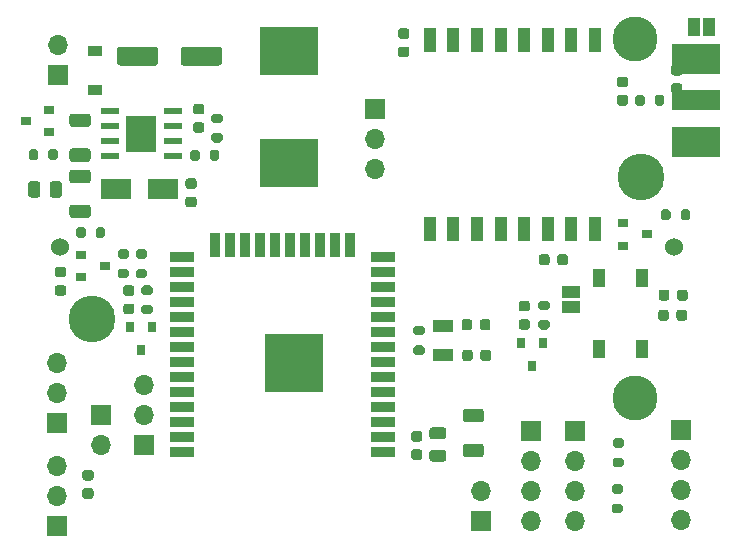
<source format=gbr>
G04 #@! TF.GenerationSoftware,KiCad,Pcbnew,(5.1.7)-1*
G04 #@! TF.CreationDate,2020-12-10T21:45:52+01:00*
G04 #@! TF.ProjectId,lora,6c6f7261-2e6b-4696-9361-645f70636258,v1.0*
G04 #@! TF.SameCoordinates,Original*
G04 #@! TF.FileFunction,Soldermask,Top*
G04 #@! TF.FilePolarity,Negative*
%FSLAX46Y46*%
G04 Gerber Fmt 4.6, Leading zero omitted, Abs format (unit mm)*
G04 Created by KiCad (PCBNEW (5.1.7)-1) date 2020-12-10 21:45:52*
%MOMM*%
%LPD*%
G01*
G04 APERTURE LIST*
%ADD10R,1.700000X1.700000*%
%ADD11O,1.700000X1.700000*%
%ADD12R,5.000000X5.000000*%
%ADD13R,2.000000X0.900000*%
%ADD14R,0.900000X2.000000*%
%ADD15C,1.530000*%
%ADD16C,3.960000*%
%ADD17R,4.190000X2.665000*%
%ADD18R,4.190000X1.780000*%
%ADD19R,2.500000X1.800000*%
%ADD20R,1.200000X0.900000*%
%ADD21R,4.950000X4.100000*%
%ADD22R,0.800000X0.900000*%
%ADD23R,0.900000X0.800000*%
%ADD24R,1.000000X1.500000*%
%ADD25R,2.600000X3.100000*%
%ADD26R,1.550000X0.600000*%
%ADD27R,1.000000X2.000000*%
%ADD28R,1.800000X1.000000*%
%ADD29C,3.800000*%
%ADD30R,1.500000X1.000000*%
G04 APERTURE END LIST*
D10*
X226540000Y-127450000D03*
D11*
X226540000Y-129990000D03*
X226540000Y-132530000D03*
X226540000Y-135070000D03*
D12*
X193850000Y-121755000D03*
D13*
X201350000Y-129255000D03*
X201350000Y-127985000D03*
X201350000Y-126715000D03*
X201350000Y-125445000D03*
X201350000Y-124175000D03*
X201350000Y-122905000D03*
X201350000Y-121635000D03*
X201350000Y-120365000D03*
X201350000Y-119095000D03*
X201350000Y-117825000D03*
X201350000Y-116555000D03*
X201350000Y-115285000D03*
X201350000Y-114015000D03*
X201350000Y-112745000D03*
D14*
X198565000Y-111745000D03*
X197295000Y-111745000D03*
X196025000Y-111745000D03*
X194755000Y-111745000D03*
X193485000Y-111745000D03*
X192215000Y-111745000D03*
X190945000Y-111745000D03*
X189675000Y-111745000D03*
X188405000Y-111745000D03*
X187135000Y-111745000D03*
D13*
X184350000Y-112745000D03*
X184350000Y-114015000D03*
X184350000Y-115285000D03*
X184350000Y-116555000D03*
X184350000Y-117825000D03*
X184350000Y-119095000D03*
X184350000Y-120365000D03*
X184350000Y-121635000D03*
X184350000Y-122905000D03*
X184350000Y-124175000D03*
X184350000Y-125445000D03*
X184350000Y-126715000D03*
X184350000Y-127985000D03*
X184350000Y-129255000D03*
D15*
X225995000Y-111955000D03*
X174005000Y-111955000D03*
D16*
X176755000Y-117995000D03*
X223235000Y-106005000D03*
D17*
X227838000Y-102992500D03*
D18*
X227838000Y-99500000D03*
D17*
X227838000Y-96007500D03*
G36*
G01*
X185350000Y-107000000D02*
X184850000Y-107000000D01*
G75*
G02*
X184625000Y-106775000I0J225000D01*
G01*
X184625000Y-106325000D01*
G75*
G02*
X184850000Y-106100000I225000J0D01*
G01*
X185350000Y-106100000D01*
G75*
G02*
X185575000Y-106325000I0J-225000D01*
G01*
X185575000Y-106775000D01*
G75*
G02*
X185350000Y-107000000I-225000J0D01*
G01*
G37*
G36*
G01*
X185350000Y-108550000D02*
X184850000Y-108550000D01*
G75*
G02*
X184625000Y-108325000I0J225000D01*
G01*
X184625000Y-107875000D01*
G75*
G02*
X184850000Y-107650000I225000J0D01*
G01*
X185350000Y-107650000D01*
G75*
G02*
X185575000Y-107875000I0J-225000D01*
G01*
X185575000Y-108325000D01*
G75*
G02*
X185350000Y-108550000I-225000J0D01*
G01*
G37*
G36*
G01*
X187720000Y-95210000D02*
X187720000Y-96310000D01*
G75*
G02*
X187470000Y-96560000I-250000J0D01*
G01*
X184470000Y-96560000D01*
G75*
G02*
X184220000Y-96310000I0J250000D01*
G01*
X184220000Y-95210000D01*
G75*
G02*
X184470000Y-94960000I250000J0D01*
G01*
X187470000Y-94960000D01*
G75*
G02*
X187720000Y-95210000I0J-250000D01*
G01*
G37*
G36*
G01*
X182320000Y-95210000D02*
X182320000Y-96310000D01*
G75*
G02*
X182070000Y-96560000I-250000J0D01*
G01*
X179070000Y-96560000D01*
G75*
G02*
X178820000Y-96310000I0J250000D01*
G01*
X178820000Y-95210000D01*
G75*
G02*
X179070000Y-94960000I250000J0D01*
G01*
X182070000Y-94960000D01*
G75*
G02*
X182320000Y-95210000I0J-250000D01*
G01*
G37*
G36*
G01*
X227150000Y-115750000D02*
X227150000Y-116250000D01*
G75*
G02*
X226925000Y-116475000I-225000J0D01*
G01*
X226475000Y-116475000D01*
G75*
G02*
X226250000Y-116250000I0J225000D01*
G01*
X226250000Y-115750000D01*
G75*
G02*
X226475000Y-115525000I225000J0D01*
G01*
X226925000Y-115525000D01*
G75*
G02*
X227150000Y-115750000I0J-225000D01*
G01*
G37*
G36*
G01*
X225600000Y-115750000D02*
X225600000Y-116250000D01*
G75*
G02*
X225375000Y-116475000I-225000J0D01*
G01*
X224925000Y-116475000D01*
G75*
G02*
X224700000Y-116250000I0J225000D01*
G01*
X224700000Y-115750000D01*
G75*
G02*
X224925000Y-115525000I225000J0D01*
G01*
X225375000Y-115525000D01*
G75*
G02*
X225600000Y-115750000I0J-225000D01*
G01*
G37*
G36*
G01*
X204450000Y-129950000D02*
X203950000Y-129950000D01*
G75*
G02*
X203725000Y-129725000I0J225000D01*
G01*
X203725000Y-129275000D01*
G75*
G02*
X203950000Y-129050000I225000J0D01*
G01*
X204450000Y-129050000D01*
G75*
G02*
X204675000Y-129275000I0J-225000D01*
G01*
X204675000Y-129725000D01*
G75*
G02*
X204450000Y-129950000I-225000J0D01*
G01*
G37*
G36*
G01*
X204450000Y-128400000D02*
X203950000Y-128400000D01*
G75*
G02*
X203725000Y-128175000I0J225000D01*
G01*
X203725000Y-127725000D01*
G75*
G02*
X203950000Y-127500000I225000J0D01*
G01*
X204450000Y-127500000D01*
G75*
G02*
X204675000Y-127725000I0J-225000D01*
G01*
X204675000Y-128175000D01*
G75*
G02*
X204450000Y-128400000I-225000J0D01*
G01*
G37*
G36*
G01*
X206475000Y-130100000D02*
X205525000Y-130100000D01*
G75*
G02*
X205275000Y-129850000I0J250000D01*
G01*
X205275000Y-129350000D01*
G75*
G02*
X205525000Y-129100000I250000J0D01*
G01*
X206475000Y-129100000D01*
G75*
G02*
X206725000Y-129350000I0J-250000D01*
G01*
X206725000Y-129850000D01*
G75*
G02*
X206475000Y-130100000I-250000J0D01*
G01*
G37*
G36*
G01*
X206475000Y-128200000D02*
X205525000Y-128200000D01*
G75*
G02*
X205275000Y-127950000I0J250000D01*
G01*
X205275000Y-127450000D01*
G75*
G02*
X205525000Y-127200000I250000J0D01*
G01*
X206475000Y-127200000D01*
G75*
G02*
X206725000Y-127450000I0J-250000D01*
G01*
X206725000Y-127950000D01*
G75*
G02*
X206475000Y-128200000I-250000J0D01*
G01*
G37*
G36*
G01*
X210500000Y-120850000D02*
X210500000Y-121350000D01*
G75*
G02*
X210275000Y-121575000I-225000J0D01*
G01*
X209825000Y-121575000D01*
G75*
G02*
X209600000Y-121350000I0J225000D01*
G01*
X209600000Y-120850000D01*
G75*
G02*
X209825000Y-120625000I225000J0D01*
G01*
X210275000Y-120625000D01*
G75*
G02*
X210500000Y-120850000I0J-225000D01*
G01*
G37*
G36*
G01*
X208950000Y-120850000D02*
X208950000Y-121350000D01*
G75*
G02*
X208725000Y-121575000I-225000J0D01*
G01*
X208275000Y-121575000D01*
G75*
G02*
X208050000Y-121350000I0J225000D01*
G01*
X208050000Y-120850000D01*
G75*
G02*
X208275000Y-120625000I225000J0D01*
G01*
X208725000Y-120625000D01*
G75*
G02*
X208950000Y-120850000I0J-225000D01*
G01*
G37*
G36*
G01*
X203350000Y-95850000D02*
X202850000Y-95850000D01*
G75*
G02*
X202625000Y-95625000I0J225000D01*
G01*
X202625000Y-95175000D01*
G75*
G02*
X202850000Y-94950000I225000J0D01*
G01*
X203350000Y-94950000D01*
G75*
G02*
X203575000Y-95175000I0J-225000D01*
G01*
X203575000Y-95625000D01*
G75*
G02*
X203350000Y-95850000I-225000J0D01*
G01*
G37*
G36*
G01*
X203350000Y-94300000D02*
X202850000Y-94300000D01*
G75*
G02*
X202625000Y-94075000I0J225000D01*
G01*
X202625000Y-93625000D01*
G75*
G02*
X202850000Y-93400000I225000J0D01*
G01*
X203350000Y-93400000D01*
G75*
G02*
X203575000Y-93625000I0J-225000D01*
G01*
X203575000Y-94075000D01*
G75*
G02*
X203350000Y-94300000I-225000J0D01*
G01*
G37*
G36*
G01*
X208000000Y-118750000D02*
X208000000Y-118250000D01*
G75*
G02*
X208225000Y-118025000I225000J0D01*
G01*
X208675000Y-118025000D01*
G75*
G02*
X208900000Y-118250000I0J-225000D01*
G01*
X208900000Y-118750000D01*
G75*
G02*
X208675000Y-118975000I-225000J0D01*
G01*
X208225000Y-118975000D01*
G75*
G02*
X208000000Y-118750000I0J225000D01*
G01*
G37*
G36*
G01*
X209550000Y-118750000D02*
X209550000Y-118250000D01*
G75*
G02*
X209775000Y-118025000I225000J0D01*
G01*
X210225000Y-118025000D01*
G75*
G02*
X210450000Y-118250000I0J-225000D01*
G01*
X210450000Y-118750000D01*
G75*
G02*
X210225000Y-118975000I-225000J0D01*
G01*
X209775000Y-118975000D01*
G75*
G02*
X209550000Y-118750000I0J225000D01*
G01*
G37*
D19*
X178750000Y-107050000D03*
X182750000Y-107050000D03*
D20*
X176950000Y-98660000D03*
X176950000Y-95360000D03*
D10*
X177450000Y-126110000D03*
D11*
X177450000Y-128650000D03*
X181120000Y-123570000D03*
X181120000Y-126110000D03*
D10*
X181120000Y-128650000D03*
D11*
X209670000Y-132560000D03*
D10*
X209670000Y-135100000D03*
X213900000Y-127480000D03*
D11*
X213900000Y-130020000D03*
X213900000Y-132560000D03*
X213900000Y-135100000D03*
X217600000Y-135100000D03*
X217600000Y-132560000D03*
X217600000Y-130020000D03*
D10*
X217600000Y-127480000D03*
D21*
X193400000Y-104800000D03*
X193400000Y-95300000D03*
D22*
X181800000Y-118660000D03*
X179900000Y-118660000D03*
X180850000Y-120660000D03*
D23*
X177800000Y-113550000D03*
X175800000Y-114500000D03*
X175800000Y-112600000D03*
D22*
X214920000Y-120020000D03*
X213020000Y-120020000D03*
X213970000Y-122020000D03*
D23*
X173110000Y-102210000D03*
X173110000Y-100310000D03*
X171110000Y-101260000D03*
X223700000Y-110850000D03*
X221700000Y-111800000D03*
X221700000Y-109900000D03*
G36*
G01*
X179580000Y-116710000D02*
X180080000Y-116710000D01*
G75*
G02*
X180305000Y-116935000I0J-225000D01*
G01*
X180305000Y-117385000D01*
G75*
G02*
X180080000Y-117610000I-225000J0D01*
G01*
X179580000Y-117610000D01*
G75*
G02*
X179355000Y-117385000I0J225000D01*
G01*
X179355000Y-116935000D01*
G75*
G02*
X179580000Y-116710000I225000J0D01*
G01*
G37*
G36*
G01*
X179580000Y-115160000D02*
X180080000Y-115160000D01*
G75*
G02*
X180305000Y-115385000I0J-225000D01*
G01*
X180305000Y-115835000D01*
G75*
G02*
X180080000Y-116060000I-225000J0D01*
G01*
X179580000Y-116060000D01*
G75*
G02*
X179355000Y-115835000I0J225000D01*
G01*
X179355000Y-115385000D01*
G75*
G02*
X179580000Y-115160000I225000J0D01*
G01*
G37*
G36*
G01*
X181095000Y-115170000D02*
X181645000Y-115170000D01*
G75*
G02*
X181845000Y-115370000I0J-200000D01*
G01*
X181845000Y-115770000D01*
G75*
G02*
X181645000Y-115970000I-200000J0D01*
G01*
X181095000Y-115970000D01*
G75*
G02*
X180895000Y-115770000I0J200000D01*
G01*
X180895000Y-115370000D01*
G75*
G02*
X181095000Y-115170000I200000J0D01*
G01*
G37*
G36*
G01*
X181095000Y-116820000D02*
X181645000Y-116820000D01*
G75*
G02*
X181845000Y-117020000I0J-200000D01*
G01*
X181845000Y-117420000D01*
G75*
G02*
X181645000Y-117620000I-200000J0D01*
G01*
X181095000Y-117620000D01*
G75*
G02*
X180895000Y-117420000I0J200000D01*
G01*
X180895000Y-117020000D01*
G75*
G02*
X181095000Y-116820000I200000J0D01*
G01*
G37*
G36*
G01*
X226200000Y-117950000D02*
X226200000Y-117450000D01*
G75*
G02*
X226425000Y-117225000I225000J0D01*
G01*
X226875000Y-117225000D01*
G75*
G02*
X227100000Y-117450000I0J-225000D01*
G01*
X227100000Y-117950000D01*
G75*
G02*
X226875000Y-118175000I-225000J0D01*
G01*
X226425000Y-118175000D01*
G75*
G02*
X226200000Y-117950000I0J225000D01*
G01*
G37*
G36*
G01*
X224650000Y-117950000D02*
X224650000Y-117450000D01*
G75*
G02*
X224875000Y-117225000I225000J0D01*
G01*
X225325000Y-117225000D01*
G75*
G02*
X225550000Y-117450000I0J-225000D01*
G01*
X225550000Y-117950000D01*
G75*
G02*
X225325000Y-118175000I-225000J0D01*
G01*
X224875000Y-118175000D01*
G75*
G02*
X224650000Y-117950000I0J225000D01*
G01*
G37*
G36*
G01*
X185500000Y-99800000D02*
X186000000Y-99800000D01*
G75*
G02*
X186225000Y-100025000I0J-225000D01*
G01*
X186225000Y-100475000D01*
G75*
G02*
X186000000Y-100700000I-225000J0D01*
G01*
X185500000Y-100700000D01*
G75*
G02*
X185275000Y-100475000I0J225000D01*
G01*
X185275000Y-100025000D01*
G75*
G02*
X185500000Y-99800000I225000J0D01*
G01*
G37*
G36*
G01*
X185500000Y-101350000D02*
X186000000Y-101350000D01*
G75*
G02*
X186225000Y-101575000I0J-225000D01*
G01*
X186225000Y-102025000D01*
G75*
G02*
X186000000Y-102250000I-225000J0D01*
G01*
X185500000Y-102250000D01*
G75*
G02*
X185275000Y-102025000I0J225000D01*
G01*
X185275000Y-101575000D01*
G75*
G02*
X185500000Y-101350000I225000J0D01*
G01*
G37*
G36*
G01*
X187025000Y-102275000D02*
X187575000Y-102275000D01*
G75*
G02*
X187775000Y-102475000I0J-200000D01*
G01*
X187775000Y-102875000D01*
G75*
G02*
X187575000Y-103075000I-200000J0D01*
G01*
X187025000Y-103075000D01*
G75*
G02*
X186825000Y-102875000I0J200000D01*
G01*
X186825000Y-102475000D01*
G75*
G02*
X187025000Y-102275000I200000J0D01*
G01*
G37*
G36*
G01*
X187025000Y-100625000D02*
X187575000Y-100625000D01*
G75*
G02*
X187775000Y-100825000I0J-200000D01*
G01*
X187775000Y-101225000D01*
G75*
G02*
X187575000Y-101425000I-200000J0D01*
G01*
X187025000Y-101425000D01*
G75*
G02*
X186825000Y-101225000I0J200000D01*
G01*
X186825000Y-100825000D01*
G75*
G02*
X187025000Y-100625000I200000J0D01*
G01*
G37*
G36*
G01*
X187500000Y-103875000D02*
X187500000Y-104425000D01*
G75*
G02*
X187300000Y-104625000I-200000J0D01*
G01*
X186900000Y-104625000D01*
G75*
G02*
X186700000Y-104425000I0J200000D01*
G01*
X186700000Y-103875000D01*
G75*
G02*
X186900000Y-103675000I200000J0D01*
G01*
X187300000Y-103675000D01*
G75*
G02*
X187500000Y-103875000I0J-200000D01*
G01*
G37*
G36*
G01*
X185850000Y-103875000D02*
X185850000Y-104425000D01*
G75*
G02*
X185650000Y-104625000I-200000J0D01*
G01*
X185250000Y-104625000D01*
G75*
G02*
X185050000Y-104425000I0J200000D01*
G01*
X185050000Y-103875000D01*
G75*
G02*
X185250000Y-103675000I200000J0D01*
G01*
X185650000Y-103675000D01*
G75*
G02*
X185850000Y-103875000I0J-200000D01*
G01*
G37*
G36*
G01*
X179075000Y-113755000D02*
X179625000Y-113755000D01*
G75*
G02*
X179825000Y-113955000I0J-200000D01*
G01*
X179825000Y-114355000D01*
G75*
G02*
X179625000Y-114555000I-200000J0D01*
G01*
X179075000Y-114555000D01*
G75*
G02*
X178875000Y-114355000I0J200000D01*
G01*
X178875000Y-113955000D01*
G75*
G02*
X179075000Y-113755000I200000J0D01*
G01*
G37*
G36*
G01*
X179075000Y-112105000D02*
X179625000Y-112105000D01*
G75*
G02*
X179825000Y-112305000I0J-200000D01*
G01*
X179825000Y-112705000D01*
G75*
G02*
X179625000Y-112905000I-200000J0D01*
G01*
X179075000Y-112905000D01*
G75*
G02*
X178875000Y-112705000I0J200000D01*
G01*
X178875000Y-112305000D01*
G75*
G02*
X179075000Y-112105000I200000J0D01*
G01*
G37*
G36*
G01*
X181175000Y-114565000D02*
X180625000Y-114565000D01*
G75*
G02*
X180425000Y-114365000I0J200000D01*
G01*
X180425000Y-113965000D01*
G75*
G02*
X180625000Y-113765000I200000J0D01*
G01*
X181175000Y-113765000D01*
G75*
G02*
X181375000Y-113965000I0J-200000D01*
G01*
X181375000Y-114365000D01*
G75*
G02*
X181175000Y-114565000I-200000J0D01*
G01*
G37*
G36*
G01*
X181175000Y-112915000D02*
X180625000Y-112915000D01*
G75*
G02*
X180425000Y-112715000I0J200000D01*
G01*
X180425000Y-112315000D01*
G75*
G02*
X180625000Y-112115000I200000J0D01*
G01*
X181175000Y-112115000D01*
G75*
G02*
X181375000Y-112315000I0J-200000D01*
G01*
X181375000Y-112715000D01*
G75*
G02*
X181175000Y-112915000I-200000J0D01*
G01*
G37*
G36*
G01*
X174300000Y-114500000D02*
X173800000Y-114500000D01*
G75*
G02*
X173575000Y-114275000I0J225000D01*
G01*
X173575000Y-113825000D01*
G75*
G02*
X173800000Y-113600000I225000J0D01*
G01*
X174300000Y-113600000D01*
G75*
G02*
X174525000Y-113825000I0J-225000D01*
G01*
X174525000Y-114275000D01*
G75*
G02*
X174300000Y-114500000I-225000J0D01*
G01*
G37*
G36*
G01*
X174300000Y-116050000D02*
X173800000Y-116050000D01*
G75*
G02*
X173575000Y-115825000I0J225000D01*
G01*
X173575000Y-115375000D01*
G75*
G02*
X173800000Y-115150000I225000J0D01*
G01*
X174300000Y-115150000D01*
G75*
G02*
X174525000Y-115375000I0J-225000D01*
G01*
X174525000Y-115825000D01*
G75*
G02*
X174300000Y-116050000I-225000J0D01*
G01*
G37*
G36*
G01*
X177825000Y-110425000D02*
X177825000Y-110975000D01*
G75*
G02*
X177625000Y-111175000I-200000J0D01*
G01*
X177225000Y-111175000D01*
G75*
G02*
X177025000Y-110975000I0J200000D01*
G01*
X177025000Y-110425000D01*
G75*
G02*
X177225000Y-110225000I200000J0D01*
G01*
X177625000Y-110225000D01*
G75*
G02*
X177825000Y-110425000I0J-200000D01*
G01*
G37*
G36*
G01*
X176175000Y-110425000D02*
X176175000Y-110975000D01*
G75*
G02*
X175975000Y-111175000I-200000J0D01*
G01*
X175575000Y-111175000D01*
G75*
G02*
X175375000Y-110975000I0J200000D01*
G01*
X175375000Y-110425000D01*
G75*
G02*
X175575000Y-110225000I200000J0D01*
G01*
X175975000Y-110225000D01*
G75*
G02*
X176175000Y-110425000I0J-200000D01*
G01*
G37*
G36*
G01*
X213560000Y-117380000D02*
X213060000Y-117380000D01*
G75*
G02*
X212835000Y-117155000I0J225000D01*
G01*
X212835000Y-116705000D01*
G75*
G02*
X213060000Y-116480000I225000J0D01*
G01*
X213560000Y-116480000D01*
G75*
G02*
X213785000Y-116705000I0J-225000D01*
G01*
X213785000Y-117155000D01*
G75*
G02*
X213560000Y-117380000I-225000J0D01*
G01*
G37*
G36*
G01*
X213560000Y-118930000D02*
X213060000Y-118930000D01*
G75*
G02*
X212835000Y-118705000I0J225000D01*
G01*
X212835000Y-118255000D01*
G75*
G02*
X213060000Y-118030000I225000J0D01*
G01*
X213560000Y-118030000D01*
G75*
G02*
X213785000Y-118255000I0J-225000D01*
G01*
X213785000Y-118705000D01*
G75*
G02*
X213560000Y-118930000I-225000J0D01*
G01*
G37*
G36*
G01*
X214715000Y-118110000D02*
X215265000Y-118110000D01*
G75*
G02*
X215465000Y-118310000I0J-200000D01*
G01*
X215465000Y-118710000D01*
G75*
G02*
X215265000Y-118910000I-200000J0D01*
G01*
X214715000Y-118910000D01*
G75*
G02*
X214515000Y-118710000I0J200000D01*
G01*
X214515000Y-118310000D01*
G75*
G02*
X214715000Y-118110000I200000J0D01*
G01*
G37*
G36*
G01*
X214715000Y-116460000D02*
X215265000Y-116460000D01*
G75*
G02*
X215465000Y-116660000I0J-200000D01*
G01*
X215465000Y-117060000D01*
G75*
G02*
X215265000Y-117260000I-200000J0D01*
G01*
X214715000Y-117260000D01*
G75*
G02*
X214515000Y-117060000I0J200000D01*
G01*
X214515000Y-116660000D01*
G75*
G02*
X214715000Y-116460000I200000J0D01*
G01*
G37*
G36*
G01*
X214550000Y-113250000D02*
X214550000Y-112750000D01*
G75*
G02*
X214775000Y-112525000I225000J0D01*
G01*
X215225000Y-112525000D01*
G75*
G02*
X215450000Y-112750000I0J-225000D01*
G01*
X215450000Y-113250000D01*
G75*
G02*
X215225000Y-113475000I-225000J0D01*
G01*
X214775000Y-113475000D01*
G75*
G02*
X214550000Y-113250000I0J225000D01*
G01*
G37*
G36*
G01*
X216100000Y-113250000D02*
X216100000Y-112750000D01*
G75*
G02*
X216325000Y-112525000I225000J0D01*
G01*
X216775000Y-112525000D01*
G75*
G02*
X217000000Y-112750000I0J-225000D01*
G01*
X217000000Y-113250000D01*
G75*
G02*
X216775000Y-113475000I-225000J0D01*
G01*
X216325000Y-113475000D01*
G75*
G02*
X216100000Y-113250000I0J225000D01*
G01*
G37*
G36*
G01*
X204675000Y-119400000D02*
X204125000Y-119400000D01*
G75*
G02*
X203925000Y-119200000I0J200000D01*
G01*
X203925000Y-118800000D01*
G75*
G02*
X204125000Y-118600000I200000J0D01*
G01*
X204675000Y-118600000D01*
G75*
G02*
X204875000Y-118800000I0J-200000D01*
G01*
X204875000Y-119200000D01*
G75*
G02*
X204675000Y-119400000I-200000J0D01*
G01*
G37*
G36*
G01*
X204675000Y-121050000D02*
X204125000Y-121050000D01*
G75*
G02*
X203925000Y-120850000I0J200000D01*
G01*
X203925000Y-120450000D01*
G75*
G02*
X204125000Y-120250000I200000J0D01*
G01*
X204675000Y-120250000D01*
G75*
G02*
X204875000Y-120450000I0J-200000D01*
G01*
X204875000Y-120850000D01*
G75*
G02*
X204675000Y-121050000I-200000J0D01*
G01*
G37*
G36*
G01*
X221475000Y-132810000D02*
X220925000Y-132810000D01*
G75*
G02*
X220725000Y-132610000I0J200000D01*
G01*
X220725000Y-132210000D01*
G75*
G02*
X220925000Y-132010000I200000J0D01*
G01*
X221475000Y-132010000D01*
G75*
G02*
X221675000Y-132210000I0J-200000D01*
G01*
X221675000Y-132610000D01*
G75*
G02*
X221475000Y-132810000I-200000J0D01*
G01*
G37*
G36*
G01*
X221475000Y-134460000D02*
X220925000Y-134460000D01*
G75*
G02*
X220725000Y-134260000I0J200000D01*
G01*
X220725000Y-133860000D01*
G75*
G02*
X220925000Y-133660000I200000J0D01*
G01*
X221475000Y-133660000D01*
G75*
G02*
X221675000Y-133860000I0J-200000D01*
G01*
X221675000Y-134260000D01*
G75*
G02*
X221475000Y-134460000I-200000J0D01*
G01*
G37*
G36*
G01*
X220985000Y-128120000D02*
X221535000Y-128120000D01*
G75*
G02*
X221735000Y-128320000I0J-200000D01*
G01*
X221735000Y-128720000D01*
G75*
G02*
X221535000Y-128920000I-200000J0D01*
G01*
X220985000Y-128920000D01*
G75*
G02*
X220785000Y-128720000I0J200000D01*
G01*
X220785000Y-128320000D01*
G75*
G02*
X220985000Y-128120000I200000J0D01*
G01*
G37*
G36*
G01*
X220985000Y-129770000D02*
X221535000Y-129770000D01*
G75*
G02*
X221735000Y-129970000I0J-200000D01*
G01*
X221735000Y-130370000D01*
G75*
G02*
X221535000Y-130570000I-200000J0D01*
G01*
X220985000Y-130570000D01*
G75*
G02*
X220785000Y-130370000I0J200000D01*
G01*
X220785000Y-129970000D01*
G75*
G02*
X220985000Y-129770000I200000J0D01*
G01*
G37*
G36*
G01*
X176620000Y-131690000D02*
X176120000Y-131690000D01*
G75*
G02*
X175895000Y-131465000I0J225000D01*
G01*
X175895000Y-131015000D01*
G75*
G02*
X176120000Y-130790000I225000J0D01*
G01*
X176620000Y-130790000D01*
G75*
G02*
X176845000Y-131015000I0J-225000D01*
G01*
X176845000Y-131465000D01*
G75*
G02*
X176620000Y-131690000I-225000J0D01*
G01*
G37*
G36*
G01*
X176620000Y-133240000D02*
X176120000Y-133240000D01*
G75*
G02*
X175895000Y-133015000I0J225000D01*
G01*
X175895000Y-132565000D01*
G75*
G02*
X176120000Y-132340000I225000J0D01*
G01*
X176620000Y-132340000D01*
G75*
G02*
X176845000Y-132565000I0J-225000D01*
G01*
X176845000Y-133015000D01*
G75*
G02*
X176620000Y-133240000I-225000J0D01*
G01*
G37*
G36*
G01*
X173810000Y-103825000D02*
X173810000Y-104375000D01*
G75*
G02*
X173610000Y-104575000I-200000J0D01*
G01*
X173210000Y-104575000D01*
G75*
G02*
X173010000Y-104375000I0J200000D01*
G01*
X173010000Y-103825000D01*
G75*
G02*
X173210000Y-103625000I200000J0D01*
G01*
X173610000Y-103625000D01*
G75*
G02*
X173810000Y-103825000I0J-200000D01*
G01*
G37*
G36*
G01*
X172160000Y-103825000D02*
X172160000Y-104375000D01*
G75*
G02*
X171960000Y-104575000I-200000J0D01*
G01*
X171560000Y-104575000D01*
G75*
G02*
X171360000Y-104375000I0J200000D01*
G01*
X171360000Y-103825000D01*
G75*
G02*
X171560000Y-103625000I200000J0D01*
G01*
X171960000Y-103625000D01*
G75*
G02*
X172160000Y-103825000I0J-200000D01*
G01*
G37*
G36*
G01*
X226550000Y-109475000D02*
X226550000Y-108925000D01*
G75*
G02*
X226750000Y-108725000I200000J0D01*
G01*
X227150000Y-108725000D01*
G75*
G02*
X227350000Y-108925000I0J-200000D01*
G01*
X227350000Y-109475000D01*
G75*
G02*
X227150000Y-109675000I-200000J0D01*
G01*
X226750000Y-109675000D01*
G75*
G02*
X226550000Y-109475000I0J200000D01*
G01*
G37*
G36*
G01*
X224900000Y-109475000D02*
X224900000Y-108925000D01*
G75*
G02*
X225100000Y-108725000I200000J0D01*
G01*
X225500000Y-108725000D01*
G75*
G02*
X225700000Y-108925000I0J-200000D01*
G01*
X225700000Y-109475000D01*
G75*
G02*
X225500000Y-109675000I-200000J0D01*
G01*
X225100000Y-109675000D01*
G75*
G02*
X224900000Y-109475000I0J200000D01*
G01*
G37*
D24*
X219600000Y-120550000D03*
X219600000Y-114550000D03*
X223300000Y-120550000D03*
X223300000Y-114550000D03*
D10*
X200700000Y-100200000D03*
D11*
X200700000Y-102740000D03*
X200700000Y-105280000D03*
D25*
X180900000Y-102340000D03*
D26*
X183600000Y-104245000D03*
X183600000Y-102975000D03*
X183600000Y-101705000D03*
X183600000Y-100435000D03*
X178200000Y-100435000D03*
X178200000Y-101705000D03*
X178200000Y-102975000D03*
X178200000Y-104245000D03*
D27*
X205300000Y-110400000D03*
X207300000Y-110400000D03*
X209300000Y-110400000D03*
X211300000Y-110400000D03*
X213300000Y-110400000D03*
X215300000Y-110400000D03*
X217300000Y-110400000D03*
X219300000Y-110400000D03*
X219300000Y-94400000D03*
X217300000Y-94400000D03*
X215300000Y-94400000D03*
X213300000Y-94400000D03*
X211300000Y-94400000D03*
X209300000Y-94400000D03*
X207300000Y-94400000D03*
X205300000Y-94400000D03*
D28*
X206450000Y-118600000D03*
X206450000Y-121100000D03*
G36*
G01*
X175049999Y-103575000D02*
X176350001Y-103575000D01*
G75*
G02*
X176600000Y-103824999I0J-249999D01*
G01*
X176600000Y-104475001D01*
G75*
G02*
X176350001Y-104725000I-249999J0D01*
G01*
X175049999Y-104725000D01*
G75*
G02*
X174800000Y-104475001I0J249999D01*
G01*
X174800000Y-103824999D01*
G75*
G02*
X175049999Y-103575000I249999J0D01*
G01*
G37*
G36*
G01*
X175049999Y-100625000D02*
X176350001Y-100625000D01*
G75*
G02*
X176600000Y-100874999I0J-249999D01*
G01*
X176600000Y-101525001D01*
G75*
G02*
X176350001Y-101775000I-249999J0D01*
G01*
X175049999Y-101775000D01*
G75*
G02*
X174800000Y-101525001I0J249999D01*
G01*
X174800000Y-100874999D01*
G75*
G02*
X175049999Y-100625000I249999J0D01*
G01*
G37*
G36*
G01*
X176350001Y-109475000D02*
X175049999Y-109475000D01*
G75*
G02*
X174800000Y-109225001I0J249999D01*
G01*
X174800000Y-108574999D01*
G75*
G02*
X175049999Y-108325000I249999J0D01*
G01*
X176350001Y-108325000D01*
G75*
G02*
X176600000Y-108574999I0J-249999D01*
G01*
X176600000Y-109225001D01*
G75*
G02*
X176350001Y-109475000I-249999J0D01*
G01*
G37*
G36*
G01*
X176350001Y-106525000D02*
X175049999Y-106525000D01*
G75*
G02*
X174800000Y-106275001I0J249999D01*
G01*
X174800000Y-105624999D01*
G75*
G02*
X175049999Y-105375000I249999J0D01*
G01*
X176350001Y-105375000D01*
G75*
G02*
X176600000Y-105624999I0J-249999D01*
G01*
X176600000Y-106275001D01*
G75*
G02*
X176350001Y-106525000I-249999J0D01*
G01*
G37*
G36*
G01*
X221380000Y-97500000D02*
X221880000Y-97500000D01*
G75*
G02*
X222105000Y-97725000I0J-225000D01*
G01*
X222105000Y-98175000D01*
G75*
G02*
X221880000Y-98400000I-225000J0D01*
G01*
X221380000Y-98400000D01*
G75*
G02*
X221155000Y-98175000I0J225000D01*
G01*
X221155000Y-97725000D01*
G75*
G02*
X221380000Y-97500000I225000J0D01*
G01*
G37*
G36*
G01*
X221380000Y-99050000D02*
X221880000Y-99050000D01*
G75*
G02*
X222105000Y-99275000I0J-225000D01*
G01*
X222105000Y-99725000D01*
G75*
G02*
X221880000Y-99950000I-225000J0D01*
G01*
X221380000Y-99950000D01*
G75*
G02*
X221155000Y-99725000I0J225000D01*
G01*
X221155000Y-99275000D01*
G75*
G02*
X221380000Y-99050000I225000J0D01*
G01*
G37*
G36*
G01*
X225960000Y-98050000D02*
X226460000Y-98050000D01*
G75*
G02*
X226685000Y-98275000I0J-225000D01*
G01*
X226685000Y-98725000D01*
G75*
G02*
X226460000Y-98950000I-225000J0D01*
G01*
X225960000Y-98950000D01*
G75*
G02*
X225735000Y-98725000I0J225000D01*
G01*
X225735000Y-98275000D01*
G75*
G02*
X225960000Y-98050000I225000J0D01*
G01*
G37*
G36*
G01*
X225960000Y-96500000D02*
X226460000Y-96500000D01*
G75*
G02*
X226685000Y-96725000I0J-225000D01*
G01*
X226685000Y-97175000D01*
G75*
G02*
X226460000Y-97400000I-225000J0D01*
G01*
X225960000Y-97400000D01*
G75*
G02*
X225735000Y-97175000I0J225000D01*
G01*
X225735000Y-96725000D01*
G75*
G02*
X225960000Y-96500000I225000J0D01*
G01*
G37*
G36*
G01*
X222700000Y-99775000D02*
X222700000Y-99225000D01*
G75*
G02*
X222900000Y-99025000I200000J0D01*
G01*
X223300000Y-99025000D01*
G75*
G02*
X223500000Y-99225000I0J-200000D01*
G01*
X223500000Y-99775000D01*
G75*
G02*
X223300000Y-99975000I-200000J0D01*
G01*
X222900000Y-99975000D01*
G75*
G02*
X222700000Y-99775000I0J200000D01*
G01*
G37*
G36*
G01*
X224350000Y-99775000D02*
X224350000Y-99225000D01*
G75*
G02*
X224550000Y-99025000I200000J0D01*
G01*
X224950000Y-99025000D01*
G75*
G02*
X225150000Y-99225000I0J-200000D01*
G01*
X225150000Y-99775000D01*
G75*
G02*
X224950000Y-99975000I-200000J0D01*
G01*
X224550000Y-99975000D01*
G75*
G02*
X224350000Y-99775000I0J200000D01*
G01*
G37*
G36*
G01*
X174162500Y-106599998D02*
X174162500Y-107500002D01*
G75*
G02*
X173912502Y-107750000I-249998J0D01*
G01*
X173387498Y-107750000D01*
G75*
G02*
X173137500Y-107500002I0J249998D01*
G01*
X173137500Y-106599998D01*
G75*
G02*
X173387498Y-106350000I249998J0D01*
G01*
X173912502Y-106350000D01*
G75*
G02*
X174162500Y-106599998I0J-249998D01*
G01*
G37*
G36*
G01*
X172337500Y-106599998D02*
X172337500Y-107500002D01*
G75*
G02*
X172087502Y-107750000I-249998J0D01*
G01*
X171562498Y-107750000D01*
G75*
G02*
X171312500Y-107500002I0J249998D01*
G01*
X171312500Y-106599998D01*
G75*
G02*
X171562498Y-106350000I249998J0D01*
G01*
X172087502Y-106350000D01*
G75*
G02*
X172337500Y-106599998I0J-249998D01*
G01*
G37*
D24*
X228990000Y-93310000D03*
X227690000Y-93310000D03*
D29*
X222700000Y-94300000D03*
X222700000Y-124670000D03*
G36*
G01*
X209650001Y-129725000D02*
X208349999Y-129725000D01*
G75*
G02*
X208100000Y-129475001I0J249999D01*
G01*
X208100000Y-128824999D01*
G75*
G02*
X208349999Y-128575000I249999J0D01*
G01*
X209650001Y-128575000D01*
G75*
G02*
X209900000Y-128824999I0J-249999D01*
G01*
X209900000Y-129475001D01*
G75*
G02*
X209650001Y-129725000I-249999J0D01*
G01*
G37*
G36*
G01*
X209650001Y-126775000D02*
X208349999Y-126775000D01*
G75*
G02*
X208100000Y-126525001I0J249999D01*
G01*
X208100000Y-125874999D01*
G75*
G02*
X208349999Y-125625000I249999J0D01*
G01*
X209650001Y-125625000D01*
G75*
G02*
X209900000Y-125874999I0J-249999D01*
G01*
X209900000Y-126525001D01*
G75*
G02*
X209650001Y-126775000I-249999J0D01*
G01*
G37*
D30*
X217300000Y-115700000D03*
X217300000Y-117000000D03*
D10*
X173850000Y-97380000D03*
D11*
X173850000Y-94840000D03*
D10*
X173780000Y-135530000D03*
D11*
X173780000Y-132990000D03*
X173780000Y-130450000D03*
X173780000Y-121730000D03*
X173780000Y-124270000D03*
D10*
X173780000Y-126810000D03*
M02*

</source>
